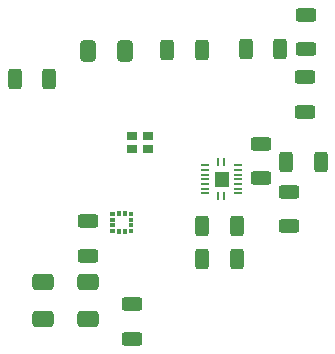
<source format=gbr>
%TF.GenerationSoftware,KiCad,Pcbnew,9.0.0*%
%TF.CreationDate,2025-03-19T16:08:28+01:00*%
%TF.ProjectId,PCB_rigide,5043425f-7269-4676-9964-652e6b696361,rev?*%
%TF.SameCoordinates,Original*%
%TF.FileFunction,Paste,Top*%
%TF.FilePolarity,Positive*%
%FSLAX46Y46*%
G04 Gerber Fmt 4.6, Leading zero omitted, Abs format (unit mm)*
G04 Created by KiCad (PCBNEW 9.0.0) date 2025-03-19 16:08:28*
%MOMM*%
%LPD*%
G01*
G04 APERTURE LIST*
G04 Aperture macros list*
%AMRoundRect*
0 Rectangle with rounded corners*
0 $1 Rounding radius*
0 $2 $3 $4 $5 $6 $7 $8 $9 X,Y pos of 4 corners*
0 Add a 4 corners polygon primitive as box body*
4,1,4,$2,$3,$4,$5,$6,$7,$8,$9,$2,$3,0*
0 Add four circle primitives for the rounded corners*
1,1,$1+$1,$2,$3*
1,1,$1+$1,$4,$5*
1,1,$1+$1,$6,$7*
1,1,$1+$1,$8,$9*
0 Add four rect primitives between the rounded corners*
20,1,$1+$1,$2,$3,$4,$5,0*
20,1,$1+$1,$4,$5,$6,$7,0*
20,1,$1+$1,$6,$7,$8,$9,0*
20,1,$1+$1,$8,$9,$2,$3,0*%
G04 Aperture macros list end*
%ADD10C,0.010000*%
%ADD11R,0.900000X0.800000*%
%ADD12RoundRect,0.250000X0.625000X-0.312500X0.625000X0.312500X-0.625000X0.312500X-0.625000X-0.312500X0*%
%ADD13RoundRect,0.250000X0.312500X0.625000X-0.312500X0.625000X-0.312500X-0.625000X0.312500X-0.625000X0*%
%ADD14RoundRect,0.250000X0.650000X-0.412500X0.650000X0.412500X-0.650000X0.412500X-0.650000X-0.412500X0*%
%ADD15RoundRect,0.250000X-0.312500X-0.625000X0.312500X-0.625000X0.312500X0.625000X-0.312500X0.625000X0*%
%ADD16RoundRect,0.060500X-0.269500X0.049500X-0.269500X-0.049500X0.269500X-0.049500X0.269500X0.049500X0*%
%ADD17RoundRect,0.060500X-0.049500X0.269500X-0.049500X-0.269500X0.049500X-0.269500X0.049500X0.269500X0*%
%ADD18RoundRect,0.250000X-0.625000X0.312500X-0.625000X-0.312500X0.625000X-0.312500X0.625000X0.312500X0*%
%ADD19RoundRect,0.250000X0.412500X0.650000X-0.412500X0.650000X-0.412500X-0.650000X0.412500X-0.650000X0*%
G04 APERTURE END LIST*
D10*
%TO.C,U2*%
X87763000Y-42314000D02*
X87463000Y-42314000D01*
X87463000Y-42064000D01*
X87763000Y-42064000D01*
X87763000Y-42314000D01*
G36*
X87763000Y-42314000D02*
G01*
X87463000Y-42314000D01*
X87463000Y-42064000D01*
X87763000Y-42064000D01*
X87763000Y-42314000D01*
G37*
X87763000Y-42814000D02*
X87463000Y-42814000D01*
X87463000Y-42564000D01*
X87763000Y-42564000D01*
X87763000Y-42814000D01*
G36*
X87763000Y-42814000D02*
G01*
X87463000Y-42814000D01*
X87463000Y-42564000D01*
X87763000Y-42564000D01*
X87763000Y-42814000D01*
G37*
X87763000Y-43314000D02*
X87463000Y-43314000D01*
X87463000Y-43064000D01*
X87763000Y-43064000D01*
X87763000Y-43314000D01*
G36*
X87763000Y-43314000D02*
G01*
X87463000Y-43314000D01*
X87463000Y-43064000D01*
X87763000Y-43064000D01*
X87763000Y-43314000D01*
G37*
X87763000Y-43814000D02*
X87463000Y-43814000D01*
X87463000Y-43564000D01*
X87763000Y-43564000D01*
X87763000Y-43814000D01*
G36*
X87763000Y-43814000D02*
G01*
X87463000Y-43814000D01*
X87463000Y-43564000D01*
X87763000Y-43564000D01*
X87763000Y-43814000D01*
G37*
X88263000Y-42314000D02*
X88013000Y-42314000D01*
X88013000Y-42014000D01*
X88263000Y-42014000D01*
X88263000Y-42314000D01*
G36*
X88263000Y-42314000D02*
G01*
X88013000Y-42314000D01*
X88013000Y-42014000D01*
X88263000Y-42014000D01*
X88263000Y-42314000D01*
G37*
X88263000Y-43864000D02*
X88013000Y-43864000D01*
X88013000Y-43564000D01*
X88263000Y-43564000D01*
X88263000Y-43864000D01*
G36*
X88263000Y-43864000D02*
G01*
X88013000Y-43864000D01*
X88013000Y-43564000D01*
X88263000Y-43564000D01*
X88263000Y-43864000D01*
G37*
X88763000Y-42314000D02*
X88513000Y-42314000D01*
X88513000Y-42014000D01*
X88763000Y-42014000D01*
X88763000Y-42314000D01*
G36*
X88763000Y-42314000D02*
G01*
X88513000Y-42314000D01*
X88513000Y-42014000D01*
X88763000Y-42014000D01*
X88763000Y-42314000D01*
G37*
X88763000Y-43864000D02*
X88513000Y-43864000D01*
X88513000Y-43564000D01*
X88763000Y-43564000D01*
X88763000Y-43864000D01*
G36*
X88763000Y-43864000D02*
G01*
X88513000Y-43864000D01*
X88513000Y-43564000D01*
X88763000Y-43564000D01*
X88763000Y-43864000D01*
G37*
X89313000Y-42314000D02*
X89013000Y-42314000D01*
X89013000Y-42064000D01*
X89313000Y-42064000D01*
X89313000Y-42314000D01*
G36*
X89313000Y-42314000D02*
G01*
X89013000Y-42314000D01*
X89013000Y-42064000D01*
X89313000Y-42064000D01*
X89313000Y-42314000D01*
G37*
X89313000Y-42814000D02*
X89013000Y-42814000D01*
X89013000Y-42564000D01*
X89313000Y-42564000D01*
X89313000Y-42814000D01*
G36*
X89313000Y-42814000D02*
G01*
X89013000Y-42814000D01*
X89013000Y-42564000D01*
X89313000Y-42564000D01*
X89313000Y-42814000D01*
G37*
X89313000Y-43314000D02*
X89013000Y-43314000D01*
X89013000Y-43064000D01*
X89313000Y-43064000D01*
X89313000Y-43314000D01*
G36*
X89313000Y-43314000D02*
G01*
X89013000Y-43314000D01*
X89013000Y-43064000D01*
X89313000Y-43064000D01*
X89313000Y-43314000D01*
G37*
X89313000Y-43814000D02*
X89013000Y-43814000D01*
X89013000Y-43564000D01*
X89313000Y-43564000D01*
X89313000Y-43814000D01*
G36*
X89313000Y-43814000D02*
G01*
X89013000Y-43814000D01*
X89013000Y-43564000D01*
X89313000Y-43564000D01*
X89313000Y-43814000D01*
G37*
%TO.C,U1*%
X97409600Y-39922800D02*
X96349600Y-39922800D01*
X96349600Y-38720800D01*
X97409600Y-38720800D01*
X97409600Y-39922800D01*
G36*
X97409600Y-39922800D02*
G01*
X96349600Y-39922800D01*
X96349600Y-38720800D01*
X97409600Y-38720800D01*
X97409600Y-39922800D01*
G37*
%TD*%
D11*
%TO.C,Y1*%
X89290000Y-36752000D03*
X90690000Y-36752000D03*
X90690000Y-35652000D03*
X89290000Y-35652000D03*
%TD*%
D12*
%TO.C,R2*%
X103936800Y-33582800D03*
X103936800Y-30657800D03*
%TD*%
D13*
%TO.C,R5*%
X95227000Y-28371800D03*
X92302000Y-28371800D03*
%TD*%
D12*
%TO.C,R8*%
X89281000Y-52836000D03*
X89281000Y-49911000D03*
%TD*%
%TO.C,R4*%
X102616000Y-43311000D03*
X102616000Y-40386000D03*
%TD*%
D14*
%TO.C,C2*%
X81788000Y-51155600D03*
X81788000Y-48030600D03*
%TD*%
D15*
%TO.C,R3*%
X95246000Y-46101000D03*
X98171000Y-46101000D03*
%TD*%
D16*
%TO.C,U1*%
X95454600Y-38121800D03*
X95454600Y-38521800D03*
X95454600Y-38921800D03*
X95454600Y-39321800D03*
X95454600Y-39721800D03*
X95454600Y-40121800D03*
X95454600Y-40521800D03*
D17*
X96629600Y-40741800D03*
X97129600Y-40746800D03*
D16*
X98304600Y-40521800D03*
X98304600Y-40121800D03*
X98304600Y-39721800D03*
X98304600Y-39321800D03*
X98304600Y-38921800D03*
X98304600Y-38521800D03*
X98304600Y-38121800D03*
D17*
X97129600Y-37896800D03*
X96629600Y-37896800D03*
%TD*%
D14*
%TO.C,C1*%
X85598000Y-51131000D03*
X85598000Y-48006000D03*
%TD*%
D18*
%TO.C,R1*%
X100203000Y-36318000D03*
X100203000Y-39243000D03*
%TD*%
D15*
%TO.C,R12*%
X102358000Y-37846000D03*
X105283000Y-37846000D03*
%TD*%
%TO.C,R9*%
X79371000Y-30861000D03*
X82296000Y-30861000D03*
%TD*%
D12*
%TO.C,R6*%
X85598000Y-45785500D03*
X85598000Y-42860500D03*
%TD*%
D15*
%TO.C,R7*%
X95250000Y-43307000D03*
X98175000Y-43307000D03*
%TD*%
D19*
%TO.C,C3*%
X88723000Y-28448000D03*
X85598000Y-28448000D03*
%TD*%
D18*
%TO.C,R10*%
X104013000Y-25400000D03*
X104013000Y-28325000D03*
%TD*%
D15*
%TO.C,R11*%
X98929000Y-28321000D03*
X101854000Y-28321000D03*
%TD*%
M02*

</source>
